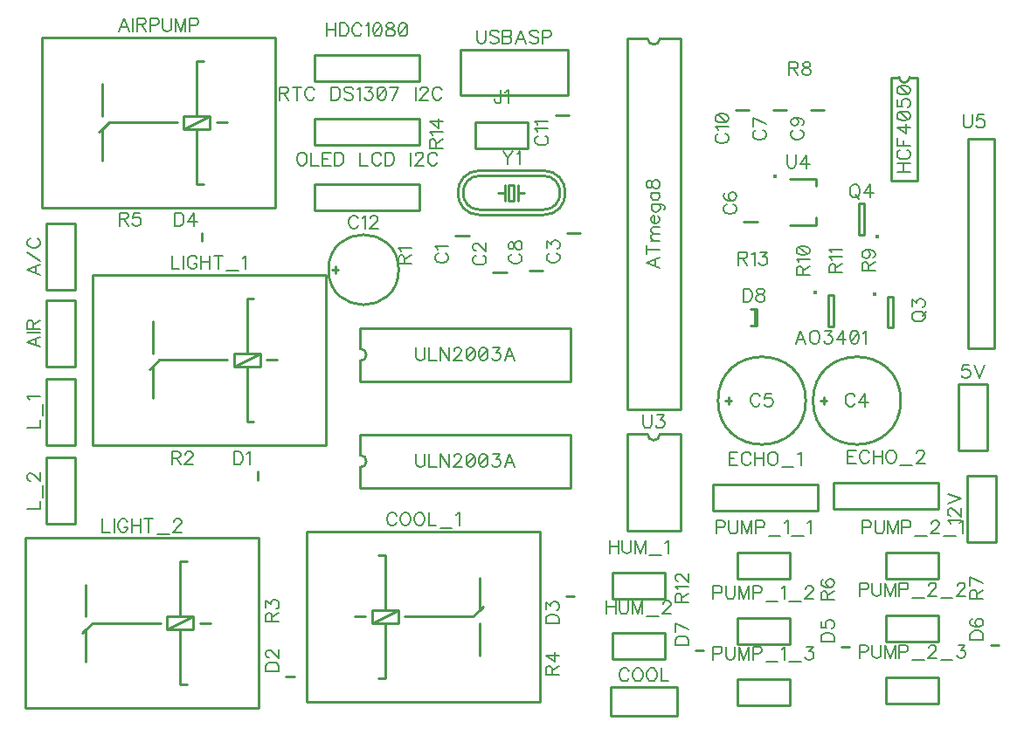
<source format=gbr>
G04 DipTrace 3.2.0.1*
G04 TopSilk.gbr*
%MOIN*%
G04 #@! TF.FileFunction,Legend,Top*
G04 #@! TF.Part,Single*
%ADD10C,0.009843*%
%ADD21C,0.015422*%
%ADD35C,0.01542*%
%ADD74C,0.00772*%
%FSLAX26Y26*%
G04*
G70*
G90*
G75*
G01*
G04 TopSilk*
%LPD*%
X4122176Y1343218D2*
D10*
X4011940D1*
Y1091249D1*
X4122176D1*
Y1343218D1*
X4090929Y1693181D2*
X3980693D1*
Y1441213D1*
X4090929D1*
Y1693181D1*
X499808Y2053958D2*
X610045D1*
Y2305927D1*
X499808D1*
Y2053958D1*
Y1760239D2*
X610045D1*
Y2012207D1*
X499808D1*
Y1760239D1*
D21*
X3433664Y2041904D3*
X3483806Y2032703D2*
D10*
Y1914598D1*
X3503491D1*
Y2032703D1*
X3483806D1*
X2714841Y3013367D2*
Y1596045D1*
X2919569Y3013367D2*
Y1596045D1*
X2714841D2*
X2919569D1*
X2714841Y3013367D2*
X2793574D1*
X2919569D2*
X2840836D1*
X2793574D2*
G03X2840836Y3013367I23631J103D01*
G01*
X2060445Y2258643D2*
X2111587D1*
X2255322Y2119680D2*
X2204180D1*
X2485400Y2271142D2*
X2536542D1*
X3424940Y1629845D2*
G02X3424940Y1629845I167323J0D01*
G01*
X3465298Y1618032D2*
Y1641658D1*
X3453518Y1629845D2*
X3477111D1*
X3062478D2*
G02X3062478Y1629845I167323J0D01*
G01*
X3102836Y1618032D2*
Y1641658D1*
X3091056Y1629845D2*
X3114649D1*
X3211471Y2313409D2*
X3160329D1*
X3272818Y2739843D2*
X3323959D1*
X2392807Y2125929D2*
X2341665D1*
X3416552Y2739843D2*
X3467694D1*
X3129083D2*
X3180224D1*
X2441655Y2721094D2*
X2492797D1*
X1576415Y2129793D2*
G02X1576415Y2129793I133858J0D01*
G01*
X1602410Y2117986D2*
Y2141599D1*
X1590577Y2129793D2*
X1614216D1*
X2653864Y535084D2*
X2905832D1*
Y424848D1*
X2653864D1*
Y535084D1*
X1307066Y1358123D2*
Y1326627D1*
X1445583Y577738D2*
X1414087D1*
X2482724Y882142D2*
X2514220D1*
X1094588Y2270528D2*
Y2239031D1*
X3564110Y690273D2*
X3532614D1*
X4133189Y696919D2*
X4101693D1*
X3007919Y677727D2*
X2976423D1*
X3211304Y1917097D2*
X3187745D1*
X3211304Y1980026D2*
X3187745D1*
X3203890D2*
Y1917097D1*
X3211339Y1980026D2*
Y1917097D1*
X3042142Y1311139D2*
X3442178D1*
Y1211134D1*
X3042142D1*
Y1311139D1*
X3504594Y1317388D2*
X3904629D1*
Y1217383D1*
X3504594D1*
Y1317388D1*
X3722211Y2864052D2*
Y2470383D1*
X3824587Y2864052D2*
Y2470383D1*
X3722211D2*
X3824587D1*
X3722211Y2864052D2*
X3753704D1*
X3793093D2*
X3824587D1*
X3753704D2*
G03X3793093Y2864052I19694J11D01*
G01*
X2135993Y2692244D2*
X2336017D1*
Y2592239D1*
X2135993D1*
Y2692244D1*
X3135888Y1048714D2*
X3335912D1*
Y948709D1*
X3135888D1*
Y1048714D1*
Y798698D2*
X3335912D1*
Y698693D1*
X3135888D1*
Y798698D1*
Y567514D2*
X3335912D1*
Y467509D1*
X3135888D1*
Y567514D1*
X3704579Y1048714D2*
X3904603D1*
Y948709D1*
X3704579D1*
Y1048714D1*
Y811191D2*
X3904603D1*
Y711186D1*
X3704579D1*
Y811191D1*
Y573669D2*
X3904603D1*
Y473664D1*
X3704579D1*
Y573669D1*
X2660938Y973674D2*
X2860962D1*
Y873669D1*
X2660938D1*
Y973674D1*
Y742449D2*
X2860962D1*
Y642444D1*
X2660938D1*
Y742449D1*
X1564890Y1461079D2*
X674890D1*
Y2111079D2*
Y1461079D1*
Y2111079D2*
X1564890D1*
Y1461079D2*
Y2111079D1*
X1289880Y1551104D2*
X1264871D1*
Y1761054D1*
X1314889D1*
Y1786079D1*
Y1811104D1*
X1214853D2*
Y1761054D1*
X1264871D1*
X1314889Y1811104D2*
X1264871D1*
Y2021054D1*
Y1811104D2*
X1214853D1*
X1264871Y2021054D2*
X1289880D1*
X1314889Y1811104D2*
X1214853Y1761054D1*
X1189933Y1786079D2*
X929875D1*
X904866Y1761054D1*
Y1639049D2*
Y1761054D1*
Y1811104D2*
Y1934084D1*
Y1761054D2*
X891872Y1749094D1*
X1379859Y1786079D2*
X1339898D1*
X1311108Y454934D2*
X421108D1*
Y1104934D2*
Y454934D1*
Y1104934D2*
X1311108D1*
Y454934D2*
Y1104934D1*
X1036098Y544959D2*
X1011089D1*
Y754909D1*
X1061107D1*
Y779934D1*
Y804959D1*
X961071D2*
Y754909D1*
X1011089D1*
X1061107Y804959D2*
X1011089D1*
Y1014909D1*
Y804959D2*
X961071D1*
X1011089Y1014909D2*
X1036098D1*
X1061107Y804959D2*
X961071Y754909D1*
X936151Y779934D2*
X676093D1*
X651084Y754909D1*
Y632904D2*
Y754909D1*
Y804959D2*
Y927939D1*
Y754909D2*
X638090Y742949D1*
X1126077Y779934D2*
X1086116D1*
X1492318Y1129932D2*
X2382318D1*
Y479932D2*
Y1129932D1*
Y479932D2*
X1492318D1*
Y1129932D2*
Y479932D1*
X1767328Y1039907D2*
X1792337D1*
Y829957D1*
X1742319D1*
Y804932D1*
Y779907D1*
X1842355D2*
Y829957D1*
X1792337D1*
X1742319Y779907D2*
X1792337D1*
Y569957D1*
Y779907D2*
X1842355D1*
X1792337Y569957D2*
X1767328D1*
X1742319Y779907D2*
X1842355Y829957D1*
X1867275Y804932D2*
X2127333D1*
X2152342Y829957D1*
Y951962D2*
Y829957D1*
Y779907D2*
Y656927D1*
Y829957D2*
X2165336Y841917D1*
X1677349Y804932D2*
X1717310D1*
X1373601Y2367234D2*
X483601D1*
Y3017234D2*
Y2367234D1*
Y3017234D2*
X1373601D1*
Y2367234D2*
Y3017234D1*
X1098591Y2457259D2*
X1073582D1*
Y2667209D1*
X1123600D1*
Y2692234D1*
Y2717259D1*
X1023564D2*
Y2667209D1*
X1073582D1*
X1123600Y2717259D2*
X1073582D1*
Y2927209D1*
Y2717259D2*
X1023564D1*
X1073582Y2927209D2*
X1098591D1*
X1123600Y2717259D2*
X1023564Y2667209D1*
X998644Y2692234D2*
X738586D1*
X713577Y2667209D1*
Y2545204D2*
Y2667209D1*
Y2717259D2*
Y2840239D1*
Y2667209D2*
X700583Y2655249D1*
X1188570Y2692234D2*
X1148609D1*
X499808Y1460270D2*
X610045D1*
Y1712239D1*
X499808D1*
Y1460270D1*
Y1160302D2*
X610045D1*
Y1412270D1*
X499808D1*
Y1160302D1*
X1696976Y1907209D2*
X2500126D1*
Y1702476D2*
Y1907209D1*
X1696976Y1702476D2*
X2500126D1*
X1696976D2*
Y1781217D1*
Y1907209D2*
Y1828468D1*
Y1781217D2*
G03X1696976Y1828468I-13J23626D01*
G01*
Y1501002D2*
X2500126D1*
Y1296269D2*
Y1501002D1*
X1696976Y1296269D2*
X2500126D1*
X1696976D2*
Y1375009D1*
Y1501002D2*
Y1422261D1*
Y1375009D2*
G03X1696976Y1422261I-13J23626D01*
G01*
D21*
X3658640Y2035655D3*
X3708782Y2026454D2*
D10*
Y1908349D1*
X3728467D1*
Y2026454D1*
X3708782D1*
D21*
X3669310Y2255177D3*
X3619168Y2264378D2*
D10*
Y2382483D1*
X3599483D1*
Y2264378D1*
X3619168D1*
X2714838Y1132328D2*
X2919571D1*
X2714838Y1502407D2*
Y1132328D1*
X2919571Y1502407D2*
Y1132328D1*
X2714838Y1502407D2*
X2793579D1*
X2919571D2*
X2840831D1*
X2793579D2*
G03X2840831Y1502407I23626J15D01*
G01*
X3337771Y2478037D2*
X3436177D1*
Y2448497D1*
Y2330412D2*
Y2300871D1*
X3337771D1*
D35*
X3279141Y2487134D3*
X4017056Y1829855D2*
D10*
X4117058D1*
Y2629782D1*
X4017056D1*
Y1829855D1*
X1523552Y2948467D2*
X1923587D1*
Y2848462D1*
X1523552D1*
Y2948467D1*
X2489472Y2797475D2*
X2080024D1*
Y2970703D1*
X2489472D1*
Y2797475D1*
X1523552Y2704743D2*
X1923587D1*
Y2604738D1*
X1523552D1*
Y2704743D1*
Y2454769D2*
X1923587D1*
Y2354764D1*
X1523552D1*
Y2454769D1*
X2154749Y2338512D2*
X2394763D1*
X2154749Y2508512D2*
X2394763D1*
X2154749Y2358504D2*
X2394763D1*
Y2488520D2*
X2154749D1*
X2264752Y2453517D2*
X2284760D1*
Y2393507D1*
X2264752D1*
Y2453517D1*
X2299766D2*
Y2423512D1*
Y2393507D1*
X2249746Y2453517D2*
Y2423512D1*
Y2393507D1*
X2299766Y2423512D2*
X2324776D1*
X2249746D2*
X2224736D1*
X2154749Y2508512D2*
G03X2154749Y2338512I7J-85000D01*
G01*
X2394763D2*
G03X2394763Y2508512I-7J85000D01*
G01*
X2154749Y2488520D2*
G03X2154749Y2358504I23J-65008D01*
G01*
X2394763D2*
G03X2394763Y2488520I-23J65008D01*
G01*
X3948333Y1159928D2*
D74*
X3945902Y1164736D1*
X3938772Y1171921D1*
X3988957D1*
X3950710Y1189792D2*
X3948334D1*
X3943525Y1192169D1*
X3941148Y1194546D1*
X3938772Y1199354D1*
Y1208916D1*
X3941148Y1213669D1*
X3943525Y1216045D1*
X3948334Y1218477D1*
X3953087D1*
X3957895Y1216045D1*
X3965025Y1211292D1*
X3988957Y1187360D1*
Y1220854D1*
X3938717Y1236293D2*
X3988957Y1255416D1*
X3938717Y1274540D1*
X4020906Y1766349D2*
X3997030D1*
X3994653Y1744849D1*
X3997030Y1747226D1*
X4004215Y1749658D1*
X4011345D1*
X4018530Y1747226D1*
X4023338Y1742472D1*
X4025715Y1735287D1*
Y1730534D1*
X4023338Y1723349D1*
X4018530Y1718541D1*
X4011345Y1716164D1*
X4004215D1*
X3997030Y1718541D1*
X3994653Y1720973D1*
X3992221Y1725726D1*
X4041154Y1766404D2*
X4060277Y1716164D1*
X4079401Y1766404D1*
X476825Y2148972D2*
X426585Y2129794D1*
X476825Y2110671D1*
X460079Y2117856D2*
Y2141787D1*
X476825Y2164412D2*
X426641Y2197905D1*
X438524Y2249214D2*
X433770Y2246837D1*
X428962Y2242029D1*
X426585Y2237276D1*
Y2227714D1*
X428962Y2222906D1*
X433770Y2218153D1*
X438524Y2215721D1*
X445709Y2213344D1*
X457702D1*
X464832Y2215721D1*
X469640Y2218153D1*
X474393Y2222906D1*
X476825Y2227714D1*
Y2237276D1*
X474393Y2242029D1*
X469640Y2246837D1*
X464832Y2249214D1*
X476825Y1873188D2*
X426585Y1854010D1*
X476825Y1834886D1*
X460079Y1842071D2*
Y1866003D1*
X426585Y1888627D2*
X476825D1*
X450517Y1904067D2*
Y1925566D1*
X448085Y1932751D1*
X445709Y1935183D1*
X440955Y1937560D1*
X436147D1*
X431394Y1935183D1*
X428962Y1932751D1*
X426585Y1925566D1*
Y1904067D1*
X476825D1*
X450517Y1920813D2*
X476825Y1937560D1*
X3396777Y1847400D2*
X3377599Y1897640D1*
X3358476Y1847400D1*
X3365661Y1864146D2*
X3389592D1*
X3426587Y1897640D2*
X3421778Y1895263D1*
X3417025Y1890455D1*
X3414593Y1885702D1*
X3412217Y1878516D1*
Y1866523D1*
X3414593Y1859393D1*
X3417025Y1854585D1*
X3421778Y1849832D1*
X3426587Y1847400D1*
X3436148D1*
X3440902Y1849832D1*
X3445710Y1854585D1*
X3448087Y1859393D1*
X3450463Y1866523D1*
Y1878516D1*
X3448087Y1885702D1*
X3445710Y1890455D1*
X3440902Y1895263D1*
X3436148Y1897640D1*
X3426587D1*
X3470711Y1897584D2*
X3496964D1*
X3482649Y1878461D1*
X3489834D1*
X3494587Y1876085D1*
X3496964Y1873708D1*
X3499396Y1866523D1*
Y1861770D1*
X3496964Y1854585D1*
X3492211Y1849776D1*
X3485026Y1847400D1*
X3477841D1*
X3470711Y1849776D1*
X3468334Y1852208D1*
X3465902Y1856961D1*
X3538767Y1847400D2*
Y1897584D1*
X3514835Y1864146D1*
X3550705D1*
X3580514Y1897584D2*
X3573329Y1895208D1*
X3568521Y1888023D1*
X3566144Y1876085D1*
Y1868900D1*
X3568521Y1856961D1*
X3573329Y1849776D1*
X3580514Y1847400D1*
X3585267D1*
X3592453Y1849776D1*
X3597206Y1856961D1*
X3599638Y1868900D1*
Y1876085D1*
X3597206Y1888023D1*
X3592453Y1895208D1*
X3585267Y1897584D1*
X3580514D1*
X3597206Y1888023D2*
X3568521Y1856961D1*
X3615077Y1888023D2*
X3619885Y1890455D1*
X3627070Y1897584D1*
Y1847400D1*
X2839313Y2174710D2*
X2789073Y2155532D1*
X2839313Y2136409D1*
X2822566Y2143594D2*
Y2167525D1*
X2789073Y2206896D2*
X2839313D1*
X2789073Y2190150D2*
Y2223643D1*
X2805819Y2239082D2*
X2839313D1*
X2815381D2*
X2808196Y2246267D1*
X2805819Y2251076D1*
Y2258205D1*
X2808196Y2263014D1*
X2815381Y2265390D1*
X2839313D1*
X2815381D2*
X2808196Y2272575D1*
X2805819Y2277384D1*
Y2284514D1*
X2808196Y2289322D1*
X2815381Y2291754D1*
X2839313D1*
X2820189Y2307193D2*
Y2335878D1*
X2815381D1*
X2810572Y2333501D1*
X2808196Y2331125D1*
X2805819Y2326316D1*
Y2319131D1*
X2808196Y2314378D1*
X2813004Y2309570D1*
X2820189Y2307193D1*
X2824942D1*
X2832128Y2309570D1*
X2836881Y2314378D1*
X2839313Y2319131D1*
Y2326316D1*
X2836881Y2331125D1*
X2832128Y2335878D1*
X2808196Y2380002D2*
X2846498D1*
X2853627Y2377626D1*
X2856059Y2375249D1*
X2858436Y2370441D1*
Y2363256D1*
X2856059Y2358502D1*
X2815381Y2380002D2*
X2810628Y2375249D1*
X2808196Y2370441D1*
Y2363256D1*
X2810628Y2358502D1*
X2815381Y2353694D1*
X2822566Y2351317D1*
X2827374D1*
X2834504Y2353694D1*
X2839313Y2358502D1*
X2841689Y2363256D1*
Y2370441D1*
X2839313Y2375249D1*
X2834504Y2380002D1*
X2805819Y2424126D2*
X2839313D1*
X2813004D2*
X2808196Y2419373D1*
X2805819Y2414565D1*
Y2407435D1*
X2808196Y2402626D1*
X2813004Y2397873D1*
X2820189Y2395441D1*
X2824942D1*
X2832128Y2397873D1*
X2836881Y2402626D1*
X2839313Y2407435D1*
Y2414565D1*
X2836881Y2419373D1*
X2832128Y2424126D1*
X2789128Y2451504D2*
X2791504Y2444374D1*
X2796258Y2441942D1*
X2801066D1*
X2805819Y2444374D1*
X2808251Y2449127D1*
X2810628Y2458689D1*
X2813004Y2465874D1*
X2817813Y2470627D1*
X2822566Y2473004D1*
X2829751D1*
X2834504Y2470627D1*
X2836936Y2468250D1*
X2839313Y2461065D1*
Y2451504D1*
X2836936Y2444374D1*
X2834504Y2441942D1*
X2829751Y2439566D1*
X2822566D1*
X2817813Y2441942D1*
X2813004Y2446751D1*
X2810628Y2453880D1*
X2808251Y2463442D1*
X2805819Y2468250D1*
X2801066Y2470627D1*
X2796258D1*
X2791504Y2468250D1*
X2789128Y2461065D1*
Y2451504D1*
X1995203Y2191985D2*
X1990450Y2189609D1*
X1985642Y2184800D1*
X1983265Y2180047D1*
Y2170485D1*
X1985642Y2165677D1*
X1990450Y2160924D1*
X1995203Y2158492D1*
X2002388Y2156115D1*
X2014382D1*
X2021512Y2158492D1*
X2026320Y2160924D1*
X2031073Y2165677D1*
X2033505Y2170485D1*
Y2180047D1*
X2031073Y2184800D1*
X2026320Y2189608D1*
X2021512Y2191985D1*
X1992882Y2207424D2*
X1990450Y2212233D1*
X1983320Y2219418D1*
X2033505D1*
X2138938Y2184025D2*
X2134185Y2181649D1*
X2129377Y2176840D1*
X2127000Y2172087D1*
Y2162525D1*
X2129377Y2157717D1*
X2134185Y2152964D1*
X2138938Y2150532D1*
X2146123Y2148155D1*
X2158117D1*
X2165247Y2150532D1*
X2170055Y2152964D1*
X2174808Y2157717D1*
X2177240Y2162525D1*
Y2172087D1*
X2174808Y2176840D1*
X2170055Y2181649D1*
X2165247Y2184025D1*
X2138994Y2201896D2*
X2136617D1*
X2131809Y2204273D1*
X2129432Y2206649D1*
X2127055Y2211458D1*
Y2221020D1*
X2129432Y2225773D1*
X2131809Y2228149D1*
X2136617Y2230581D1*
X2141370D1*
X2146179Y2228149D1*
X2153308Y2223396D1*
X2177240Y2199464D1*
Y2232958D1*
X2420159Y2193734D2*
X2415406Y2191357D1*
X2410597Y2186549D1*
X2408221Y2181796D1*
Y2172234D1*
X2410597Y2167426D1*
X2415406Y2162672D1*
X2420159Y2160241D1*
X2427344Y2157864D1*
X2439337D1*
X2446467Y2160241D1*
X2451275Y2162672D1*
X2456029Y2167426D1*
X2458461Y2172234D1*
Y2181796D1*
X2456029Y2186549D1*
X2451276Y2191357D1*
X2446467Y2193734D1*
X2408276Y2213982D2*
Y2240235D1*
X2427399Y2225920D1*
Y2233105D1*
X2429776Y2237858D1*
X2432152Y2240235D1*
X2439337Y2242666D1*
X2444090D1*
X2451275Y2240235D1*
X2456084Y2235481D1*
X2458461Y2228296D1*
Y2221111D1*
X2456084Y2213981D1*
X2453652Y2211605D1*
X2448899Y2209173D1*
X3584543Y1646039D2*
X3582166Y1650792D1*
X3577358Y1655601D1*
X3572605Y1657977D1*
X3563043D1*
X3558235Y1655601D1*
X3553481Y1650792D1*
X3551050Y1646039D1*
X3548673Y1638854D1*
Y1626861D1*
X3551050Y1619731D1*
X3553481Y1614922D1*
X3558235Y1610169D1*
X3563043Y1607737D1*
X3572605D1*
X3577358Y1610169D1*
X3582166Y1614922D1*
X3584543Y1619731D1*
X3623914Y1607737D2*
Y1657922D1*
X3599982Y1624484D1*
X3635852D1*
X3223269Y1646039D2*
X3220893Y1650792D1*
X3216084Y1655601D1*
X3211331Y1657977D1*
X3201769D1*
X3196961Y1655601D1*
X3192208Y1650792D1*
X3189776Y1646039D1*
X3187399Y1638854D1*
Y1626861D1*
X3189776Y1619731D1*
X3192208Y1614922D1*
X3196961Y1610169D1*
X3201769Y1607737D1*
X3211331D1*
X3216084Y1610169D1*
X3220893Y1614922D1*
X3223269Y1619731D1*
X3267393Y1657922D2*
X3243517D1*
X3241140Y1636422D1*
X3243517Y1638799D1*
X3250702Y1641231D1*
X3257832D1*
X3265017Y1638799D1*
X3269825Y1634046D1*
X3272202Y1626861D1*
Y1622107D1*
X3269825Y1614922D1*
X3265017Y1610114D1*
X3257832Y1607737D1*
X3250702D1*
X3243517Y1610114D1*
X3241140Y1612546D1*
X3238708Y1617299D1*
X3095088Y2378971D2*
X3090335Y2376594D1*
X3085526Y2371786D1*
X3083150Y2367033D1*
Y2357471D1*
X3085526Y2352663D1*
X3090335Y2347909D1*
X3095088Y2345477D1*
X3102273Y2343101D1*
X3114266D1*
X3121396Y2345477D1*
X3126205Y2347909D1*
X3130958Y2352663D1*
X3133390Y2357471D1*
Y2367033D1*
X3130958Y2371786D1*
X3126205Y2376594D1*
X3121396Y2378971D1*
X3090335Y2423095D2*
X3085582Y2420718D1*
X3083205Y2413533D1*
Y2408780D1*
X3085582Y2401595D1*
X3092767Y2396787D1*
X3104705Y2394410D1*
X3116643D1*
X3126205Y2396787D1*
X3131013Y2401595D1*
X3133390Y2408780D1*
Y2411157D1*
X3131013Y2418286D1*
X3126205Y2423095D1*
X3119020Y2425471D1*
X3116643D1*
X3109458Y2423095D1*
X3104705Y2418286D1*
X3102328Y2411157D1*
Y2408780D1*
X3104705Y2401595D1*
X3109458Y2396787D1*
X3116643Y2394410D1*
X3207576Y2662435D2*
X3202823Y2660058D1*
X3198014Y2655250D1*
X3195638Y2650496D1*
Y2640935D1*
X3198014Y2636126D1*
X3202823Y2631373D1*
X3207576Y2628941D1*
X3214761Y2626565D1*
X3226755D1*
X3233884Y2628941D1*
X3238693Y2631373D1*
X3243446Y2636126D1*
X3245878Y2640935D1*
Y2650496D1*
X3243446Y2655250D1*
X3238693Y2660058D1*
X3233884Y2662435D1*
X3245878Y2687435D2*
X3195693Y2711367D1*
Y2677874D1*
X2276424Y2190302D2*
X2271671Y2187926D1*
X2266862Y2183117D1*
X2264486Y2178364D1*
Y2168802D1*
X2266862Y2163994D1*
X2271671Y2159241D1*
X2276424Y2156809D1*
X2283609Y2154432D1*
X2295602D1*
X2302732Y2156809D1*
X2307541Y2159241D1*
X2312294Y2163994D1*
X2314726Y2168802D1*
Y2178364D1*
X2312294Y2183117D1*
X2307541Y2187926D1*
X2302732Y2190302D1*
X2264541Y2217680D2*
X2266918Y2210550D1*
X2271671Y2208118D1*
X2276479D1*
X2281232Y2210550D1*
X2283664Y2215303D1*
X2286041Y2224865D1*
X2288417Y2232050D1*
X2293226Y2236803D1*
X2297979Y2239179D1*
X2305164D1*
X2309917Y2236803D1*
X2312349Y2234426D1*
X2314726Y2227241D1*
Y2217680D1*
X2312349Y2210550D1*
X2309917Y2208118D1*
X2305164Y2205741D1*
X2297979D1*
X2293226Y2208118D1*
X2288417Y2212926D1*
X2286041Y2220056D1*
X2283664Y2229618D1*
X2281232Y2234426D1*
X2276479Y2236803D1*
X2271671D1*
X2266918Y2234426D1*
X2264541Y2227241D1*
Y2217680D1*
X3351311Y2663623D2*
X3346558Y2661246D1*
X3341749Y2656438D1*
X3339373Y2651685D1*
Y2642123D1*
X3341749Y2637315D1*
X3346558Y2632561D1*
X3351311Y2630130D1*
X3358496Y2627753D1*
X3370489D1*
X3377619Y2630130D1*
X3382428Y2632561D1*
X3387181Y2637315D1*
X3389613Y2642123D1*
Y2651685D1*
X3387181Y2656438D1*
X3382428Y2661246D1*
X3377619Y2663623D1*
X3356119Y2710179D2*
X3363304Y2707747D1*
X3368113Y2702994D1*
X3370490Y2695809D1*
Y2693432D1*
X3368113Y2686247D1*
X3363304Y2681494D1*
X3356119Y2679062D1*
X3353743D1*
X3346558Y2681494D1*
X3341805Y2686247D1*
X3339428Y2693432D1*
Y2695809D1*
X3341805Y2702994D1*
X3346558Y2707747D1*
X3356119Y2710179D1*
X3368113D1*
X3380051Y2707747D1*
X3387236Y2702994D1*
X3389613Y2695809D1*
Y2691056D1*
X3387236Y2683871D1*
X3382428Y2681494D1*
X3063841Y2648718D2*
X3059088Y2646342D1*
X3054280Y2641533D1*
X3051903Y2636780D1*
Y2627218D1*
X3054280Y2622410D1*
X3059088Y2617657D1*
X3063841Y2615225D1*
X3071026Y2612848D1*
X3083020D1*
X3090149Y2615225D1*
X3094958Y2617657D1*
X3099711Y2622410D1*
X3102143Y2627218D1*
Y2636780D1*
X3099711Y2641533D1*
X3094958Y2646342D1*
X3090149Y2648718D1*
X3061520Y2664158D2*
X3059088Y2668966D1*
X3051958Y2676151D1*
X3102143D1*
X3051958Y2705960D2*
X3054335Y2698775D1*
X3061520Y2693967D1*
X3073458Y2691590D1*
X3080643D1*
X3092581Y2693967D1*
X3099766Y2698775D1*
X3102143Y2705960D1*
Y2710713D1*
X3099766Y2717898D1*
X3092581Y2722652D1*
X3080643Y2725084D1*
X3073458D1*
X3061520Y2722652D1*
X3054335Y2717899D1*
X3051958Y2710713D1*
Y2705960D1*
X3061520Y2722652D2*
X3092581Y2693967D1*
X2376413Y2640720D2*
X2371660Y2638344D1*
X2366852Y2633535D1*
X2364475Y2628782D1*
Y2619220D1*
X2366852Y2614412D1*
X2371660Y2609659D1*
X2376413Y2607227D1*
X2383598Y2604850D1*
X2395592D1*
X2402722Y2607227D1*
X2407530Y2609659D1*
X2412283Y2614412D1*
X2414715Y2619220D1*
Y2628782D1*
X2412283Y2633535D1*
X2407530Y2638344D1*
X2402722Y2640720D1*
X2374092Y2656159D2*
X2371660Y2660968D1*
X2364530Y2668153D1*
X2414715D1*
X2374092Y2683592D2*
X2371660Y2688401D1*
X2364530Y2695586D1*
X2414715D1*
X1690025Y2324936D2*
X1687649Y2329689D1*
X1682840Y2334497D1*
X1678087Y2336874D1*
X1668525D1*
X1663717Y2334497D1*
X1658964Y2329689D1*
X1656532Y2324936D1*
X1654155Y2317751D1*
Y2305757D1*
X1656532Y2298627D1*
X1658964Y2293819D1*
X1663717Y2289066D1*
X1668525Y2286634D1*
X1678087D1*
X1682840Y2289066D1*
X1687649Y2293819D1*
X1690025Y2298627D1*
X1705465Y2327257D2*
X1710273Y2329689D1*
X1717458Y2336819D1*
Y2286634D1*
X1735329Y2324881D2*
Y2327257D1*
X1737706Y2332066D1*
X1740082Y2334442D1*
X1744891Y2336819D1*
X1754452D1*
X1759206Y2334442D1*
X1761582Y2332066D1*
X1764014Y2327257D1*
Y2322504D1*
X1761582Y2317695D1*
X1756829Y2310566D1*
X1732897Y2286634D1*
X1766391D1*
X2722035Y596369D2*
X2719658Y601122D1*
X2714850Y605930D1*
X2710097Y608307D1*
X2700535D1*
X2695727Y605930D1*
X2690973Y601122D1*
X2688542Y596369D1*
X2686165Y589184D1*
Y577190D1*
X2688542Y570061D1*
X2690973Y565252D1*
X2695727Y560499D1*
X2700535Y558067D1*
X2710097D1*
X2714850Y560499D1*
X2719658Y565252D1*
X2722035Y570061D1*
X2751844Y608307D2*
X2747036Y605930D1*
X2742283Y601122D1*
X2739851Y596369D1*
X2737474Y589184D1*
Y577190D1*
X2739851Y570061D1*
X2742283Y565252D1*
X2747036Y560499D1*
X2751844Y558067D1*
X2761406D1*
X2766159Y560499D1*
X2770967Y565252D1*
X2773344Y570061D1*
X2775721Y577190D1*
Y589184D1*
X2773344Y596369D1*
X2770967Y601122D1*
X2766159Y605930D1*
X2761406Y608307D1*
X2751844D1*
X2805530D2*
X2800722Y605930D1*
X2795968Y601122D1*
X2793537Y596369D1*
X2791160Y589184D1*
Y577190D1*
X2793537Y570061D1*
X2795968Y565252D1*
X2800722Y560499D1*
X2805530Y558067D1*
X2815092D1*
X2819845Y560499D1*
X2824653Y565252D1*
X2827030Y570061D1*
X2829406Y577190D1*
Y589184D1*
X2827030Y596369D1*
X2824653Y601122D1*
X2819845Y605930D1*
X2815092Y608307D1*
X2805530D1*
X2844846D2*
Y558067D1*
X2873531D1*
X1215579Y1435283D2*
Y1385043D1*
X1232326D1*
X1239511Y1387475D1*
X1244319Y1392228D1*
X1246696Y1397037D1*
X1249072Y1404167D1*
Y1416160D1*
X1246696Y1423345D1*
X1244319Y1428098D1*
X1239511Y1432907D1*
X1232326Y1435283D1*
X1215579D1*
X1264512Y1425667D2*
X1269320Y1428098D1*
X1276505Y1435228D1*
Y1385043D1*
X1336927Y597548D2*
X1387167D1*
Y614295D1*
X1384735Y621480D1*
X1379982Y626288D1*
X1375173Y628665D1*
X1368043Y631042D1*
X1356050D1*
X1348865Y628665D1*
X1344112Y626288D1*
X1339303Y621480D1*
X1336927Y614295D1*
Y597548D1*
X1348920Y648913D2*
X1346543D1*
X1341735Y651289D1*
X1339358Y653666D1*
X1336982Y658474D1*
Y668036D1*
X1339358Y672789D1*
X1341735Y675166D1*
X1346543Y677598D1*
X1351297D1*
X1356105Y675166D1*
X1363235Y670413D1*
X1387167Y646481D1*
Y679974D1*
X2405564Y779905D2*
X2455804D1*
Y796652D1*
X2453373Y803837D1*
X2448619Y808645D1*
X2443811Y811022D1*
X2436681Y813399D1*
X2424688D1*
X2417503Y811022D1*
X2412749Y808645D1*
X2407941Y803837D1*
X2405564Y796652D1*
Y779905D1*
X2405620Y833646D2*
Y859899D1*
X2424743Y845584D1*
Y852769D1*
X2427120Y857523D1*
X2429496Y859899D1*
X2436681Y862331D1*
X2441434D1*
X2448619Y859899D1*
X2453428Y855146D1*
X2455804Y847961D1*
Y840776D1*
X2453428Y833646D1*
X2450996Y831270D1*
X2446243Y828838D1*
X991163Y2347688D2*
Y2297448D1*
X1007910D1*
X1015095Y2299879D1*
X1019903Y2304633D1*
X1022280Y2309441D1*
X1024656Y2316571D1*
Y2328564D1*
X1022280Y2335749D1*
X1019903Y2340503D1*
X1015095Y2345311D1*
X1007910Y2347688D1*
X991163D1*
X1064027Y2297448D2*
Y2347632D1*
X1040096Y2314194D1*
X1075966D1*
X3455454Y710084D2*
X3505694D1*
Y726830D1*
X3503262Y734015D1*
X3498509Y738824D1*
X3493701Y741200D1*
X3486571Y743577D1*
X3474577D1*
X3467392Y741200D1*
X3462639Y738824D1*
X3457831Y734015D1*
X3455454Y726830D1*
Y710084D1*
X3455509Y787701D2*
Y763825D1*
X3477009Y761448D1*
X3474633Y763825D1*
X3472201Y771010D1*
Y778140D1*
X3474633Y785325D1*
X3479386Y790133D1*
X3486571Y792510D1*
X3491324D1*
X3498509Y790133D1*
X3503318Y785325D1*
X3505694Y778139D1*
Y771010D1*
X3503318Y763825D1*
X3500886Y761448D1*
X3496133Y759016D1*
X4024533Y717945D2*
X4074773D1*
Y734692D1*
X4072341Y741877D1*
X4067588Y746685D1*
X4062779Y749062D1*
X4055650Y751439D1*
X4043656D1*
X4036471Y749062D1*
X4031718Y746685D1*
X4026909Y741877D1*
X4024533Y734692D1*
Y717945D1*
X4031718Y795563D2*
X4026965Y793186D1*
X4024588Y786001D1*
Y781248D1*
X4026965Y774063D1*
X4034150Y769254D1*
X4046088Y766878D1*
X4058026D1*
X4067588Y769254D1*
X4072396Y774063D1*
X4074773Y781248D1*
Y783624D1*
X4072396Y790754D1*
X4067588Y795563D1*
X4060403Y797939D1*
X4058026D1*
X4050841Y795563D1*
X4046088Y790754D1*
X4043711Y783625D1*
Y781248D1*
X4046088Y774063D1*
X4050841Y769254D1*
X4058026Y766878D1*
X2899262Y697538D2*
X2949502D1*
X2949503Y714284D1*
X2947071Y721469D1*
X2942318Y726278D1*
X2937509Y728655D1*
X2930379Y731031D1*
X2918386D1*
X2911201Y728655D1*
X2906448Y726278D1*
X2901639Y721470D1*
X2899263Y714284D1*
X2899262Y697538D1*
X2949503Y756032D2*
X2899318Y779964D1*
Y746470D1*
X3158340Y2057218D2*
Y2006978D1*
X3175086D1*
X3182271Y2009410D1*
X3187080Y2014163D1*
X3189456Y2018971D1*
X3191833Y2026101D1*
Y2038095D1*
X3189456Y2045280D1*
X3187080Y2050033D1*
X3182271Y2054841D1*
X3175086Y2057218D1*
X3158340D1*
X3219210Y2057163D2*
X3212081Y2054786D1*
X3209649Y2050033D1*
Y2045224D1*
X3212081Y2040471D1*
X3216834Y2038039D1*
X3226395Y2035663D1*
X3233580Y2033286D1*
X3238334Y2028478D1*
X3240710Y2023724D1*
Y2016539D1*
X3238334Y2011786D1*
X3235957Y2009354D1*
X3228772Y2006978D1*
X3219210D1*
X3212081Y2009354D1*
X3209649Y2011786D1*
X3207272Y2016539D1*
Y2023724D1*
X3209649Y2028478D1*
X3214457Y2033286D1*
X3221587Y2035663D1*
X3231149Y2038039D1*
X3235957Y2040471D1*
X3238334Y2045224D1*
Y2050033D1*
X3235957Y2054786D1*
X3228772Y2057163D1*
X3219210D1*
X3136575Y1434357D2*
X3105514D1*
Y1384117D1*
X3136575D1*
X3105514Y1410425D2*
X3124637D1*
X3187884Y1422419D2*
X3185508Y1427172D1*
X3180699Y1431980D1*
X3175946Y1434357D1*
X3166385D1*
X3161576Y1431980D1*
X3156823Y1427172D1*
X3154391Y1422419D1*
X3152015Y1415234D1*
Y1403240D1*
X3154391Y1396110D1*
X3156823Y1391302D1*
X3161576Y1386549D1*
X3166385Y1384117D1*
X3175946D1*
X3180699Y1386549D1*
X3185508Y1391302D1*
X3187884Y1396110D1*
X3203324Y1434357D2*
Y1384117D1*
X3236817Y1434357D2*
Y1384117D1*
X3203324Y1410425D2*
X3236817D1*
X3266626Y1434357D2*
X3261818Y1431980D1*
X3257065Y1427172D1*
X3254633Y1422419D1*
X3252256Y1415234D1*
Y1403240D1*
X3254633Y1396110D1*
X3257065Y1391302D1*
X3261818Y1386549D1*
X3266626Y1384117D1*
X3276188D1*
X3280941Y1386549D1*
X3285750Y1391302D1*
X3288126Y1396110D1*
X3290503Y1403240D1*
Y1415234D1*
X3288126Y1422419D1*
X3285750Y1427172D1*
X3280941Y1431980D1*
X3276188Y1434357D1*
X3266626D1*
X3305942Y1375826D2*
X3351374D1*
X3366813Y1424740D2*
X3371621Y1427172D1*
X3378806Y1434302D1*
Y1384117D1*
X3588277Y1440606D2*
X3557215D1*
Y1390366D1*
X3588277D1*
X3557215Y1416675D2*
X3576339D1*
X3639586Y1428668D2*
X3637209Y1433421D1*
X3632401Y1438230D1*
X3627648Y1440606D1*
X3618086D1*
X3613278Y1438230D1*
X3608525Y1433421D1*
X3606093Y1428668D1*
X3603716Y1421483D1*
Y1409490D1*
X3606093Y1402360D1*
X3608525Y1397551D1*
X3613278Y1392798D1*
X3618086Y1390366D1*
X3627648D1*
X3632401Y1392798D1*
X3637209Y1397551D1*
X3639586Y1402360D1*
X3655025Y1440606D2*
Y1390366D1*
X3688519Y1440606D2*
Y1390366D1*
X3655025Y1416675D2*
X3688519D1*
X3718328Y1440606D2*
X3713519Y1438230D1*
X3708766Y1433421D1*
X3706334Y1428668D1*
X3703958Y1421483D1*
Y1409490D1*
X3706334Y1402360D1*
X3708766Y1397551D1*
X3713519Y1392798D1*
X3718328Y1390366D1*
X3727890D1*
X3732643Y1392798D1*
X3737451Y1397551D1*
X3739828Y1402360D1*
X3742204Y1409490D1*
Y1421483D1*
X3739828Y1428668D1*
X3737451Y1433421D1*
X3732643Y1438230D1*
X3727890Y1440606D1*
X3718328D1*
X3757644Y1382076D2*
X3803075D1*
X3820946Y1428613D2*
Y1430989D1*
X3823323Y1435798D1*
X3825699Y1438174D1*
X3830508Y1440551D1*
X3840070D1*
X3844823Y1438174D1*
X3847199Y1435798D1*
X3849631Y1430989D1*
Y1426236D1*
X3847199Y1421428D1*
X3842446Y1414298D1*
X3818514Y1390366D1*
X3852008D1*
X3745267Y2502485D2*
X3795507D1*
X3745267Y2535979D2*
X3795507D1*
X3769198Y2502485D2*
X3769199Y2535979D1*
X3757205Y2587288D2*
X3752452Y2584911D1*
X3747643Y2580103D1*
X3745267Y2575349D1*
Y2565788D1*
X3747643Y2560979D1*
X3752452Y2556226D1*
X3757205Y2553794D1*
X3764390Y2551418D1*
X3776384D1*
X3783513Y2553794D1*
X3788322Y2556226D1*
X3793075Y2560979D1*
X3795507Y2565788D1*
Y2575349D1*
X3793075Y2580103D1*
X3788322Y2584911D1*
X3783513Y2587288D1*
X3745267Y2633844D2*
Y2602727D1*
X3795507D1*
X3769199D2*
Y2621850D1*
X3795507Y2673215D2*
X3745322D1*
X3778760Y2649283D1*
Y2685153D1*
X3745322Y2714962D2*
X3747699Y2707777D1*
X3754884Y2702969D1*
X3766822Y2700592D1*
X3774007D1*
X3785945Y2702969D1*
X3793130Y2707777D1*
X3795507Y2714962D1*
Y2719715D1*
X3793130Y2726900D1*
X3785945Y2731654D1*
X3774007Y2734085D1*
X3766822D1*
X3754884Y2731654D1*
X3747699Y2726900D1*
X3745322Y2719715D1*
Y2714962D1*
X3754884Y2731654D2*
X3785945Y2702969D1*
X3745322Y2778210D2*
Y2754333D1*
X3766822Y2751957D1*
X3764445Y2754333D1*
X3762013Y2761518D1*
Y2768648D1*
X3764445Y2775833D1*
X3769198Y2780641D1*
X3776384Y2783018D1*
X3781137D1*
X3788322Y2780641D1*
X3793130Y2775833D1*
X3795507Y2768648D1*
Y2761518D1*
X3793130Y2754333D1*
X3790698Y2751957D1*
X3785945Y2749525D1*
X3745322Y2812827D2*
X3747699Y2805642D1*
X3754884Y2800834D1*
X3766822Y2798457D1*
X3774007D1*
X3785945Y2800834D1*
X3793130Y2805642D1*
X3795507Y2812827D1*
Y2817580D1*
X3793130Y2824766D1*
X3785945Y2829519D1*
X3774007Y2831951D1*
X3766822D1*
X3754884Y2829519D1*
X3747699Y2824766D1*
X3745322Y2817580D1*
Y2812827D1*
X3754884Y2829519D2*
X3785945Y2800834D1*
X2234255Y2815462D2*
Y2777215D1*
X2231878Y2770030D1*
X2229446Y2767654D1*
X2224693Y2765222D1*
X2219885D1*
X2215131Y2767654D1*
X2212755Y2770030D1*
X2210323Y2777215D1*
Y2781969D1*
X2249694Y2805845D2*
X2254502Y2808277D1*
X2261687Y2815407D1*
Y2765222D1*
X3055075Y1145623D2*
X3076630D1*
X3083759Y1148000D1*
X3086191Y1150432D1*
X3088568Y1155185D1*
Y1162370D1*
X3086191Y1167123D1*
X3083759Y1169555D1*
X3076630Y1171932D1*
X3055075D1*
Y1121692D1*
X3104007Y1171932D2*
Y1136062D1*
X3106384Y1128877D1*
X3111192Y1124124D1*
X3118377Y1121692D1*
X3123130D1*
X3130315Y1124124D1*
X3135124Y1128877D1*
X3137501Y1136062D1*
Y1171932D1*
X3191186Y1121692D2*
Y1171932D1*
X3172063Y1121692D1*
X3152940Y1171932D1*
Y1121692D1*
X3206626Y1145623D2*
X3228181D1*
X3235310Y1148000D1*
X3237742Y1150432D1*
X3240119Y1155185D1*
Y1162370D1*
X3237742Y1167123D1*
X3235310Y1169555D1*
X3228181Y1171932D1*
X3206626D1*
Y1121692D1*
X3255558Y1113401D2*
X3300990D1*
X3316429Y1162315D2*
X3321237Y1164747D1*
X3328422Y1171876D1*
Y1121692D1*
X3343862Y1113401D2*
X3389293D1*
X3404732Y1162315D2*
X3409541Y1164747D1*
X3416726Y1171876D1*
Y1121692D1*
X3044325Y895608D2*
X3065880D1*
X3073010Y897984D1*
X3075441Y900416D1*
X3077818Y905169D1*
Y912354D1*
X3075441Y917108D1*
X3073010Y919539D1*
X3065880Y921916D1*
X3044325D1*
Y871676D1*
X3093257Y921916D2*
Y886046D1*
X3095634Y878861D1*
X3100442Y874108D1*
X3107627Y871676D1*
X3112381D1*
X3119566Y874108D1*
X3124374Y878861D1*
X3126751Y886046D1*
Y921916D1*
X3180436Y871676D2*
Y921916D1*
X3161313Y871676D1*
X3142190Y921916D1*
Y871676D1*
X3195876Y895608D2*
X3217431D1*
X3224560Y897984D1*
X3226992Y900416D1*
X3229369Y905169D1*
Y912354D1*
X3226992Y917108D1*
X3224560Y919539D1*
X3217431Y921916D1*
X3195876D1*
Y871676D1*
X3244808Y863386D2*
X3290240D1*
X3305679Y912299D2*
X3310487Y914731D1*
X3317672Y921861D1*
Y871676D1*
X3333112Y863386D2*
X3378543D1*
X3396414Y909923D2*
Y912299D1*
X3398791Y917108D1*
X3401168Y919484D1*
X3405976Y921861D1*
X3415538D1*
X3420291Y919484D1*
X3422667Y917108D1*
X3425099Y912299D1*
Y907546D1*
X3422667Y902737D1*
X3417914Y895608D1*
X3393983Y871676D1*
X3427476D1*
X3044325Y664424D2*
X3065880D1*
X3073010Y666801D1*
X3075441Y669232D1*
X3077818Y673986D1*
Y681171D1*
X3075441Y685924D1*
X3073010Y688356D1*
X3065880Y690732D1*
X3044325D1*
Y640492D1*
X3093257Y690732D2*
Y654862D1*
X3095634Y647677D1*
X3100442Y642924D1*
X3107627Y640492D1*
X3112381D1*
X3119566Y642924D1*
X3124374Y647677D1*
X3126751Y654862D1*
Y690732D1*
X3180436Y640492D2*
Y690732D1*
X3161313Y640492D1*
X3142190Y690732D1*
Y640492D1*
X3195876Y664424D2*
X3217431D1*
X3224560Y666801D1*
X3226992Y669232D1*
X3229369Y673986D1*
Y681171D1*
X3226992Y685924D1*
X3224560Y688356D1*
X3217431Y690732D1*
X3195876D1*
Y640492D1*
X3244808Y632202D2*
X3290240D1*
X3305679Y681115D2*
X3310487Y683547D1*
X3317672Y690677D1*
Y640492D1*
X3333112Y632202D2*
X3378543D1*
X3398791Y690677D2*
X3425044D1*
X3410729Y671554D1*
X3417914D1*
X3422667Y669177D1*
X3425044Y666801D1*
X3427476Y659616D1*
Y654862D1*
X3425044Y647677D1*
X3420291Y642869D1*
X3413106Y640492D1*
X3405921D1*
X3398791Y642869D1*
X3396414Y645301D1*
X3393983Y650054D1*
X3613015Y1145623D2*
X3634570D1*
X3641700Y1148000D1*
X3644132Y1150432D1*
X3646508Y1155185D1*
Y1162370D1*
X3644132Y1167123D1*
X3641700Y1169555D1*
X3634570Y1171932D1*
X3613015D1*
Y1121692D1*
X3661948Y1171932D2*
Y1136062D1*
X3664324Y1128877D1*
X3669133Y1124124D1*
X3676318Y1121692D1*
X3681071D1*
X3688256Y1124124D1*
X3693064Y1128877D1*
X3695441Y1136062D1*
Y1171932D1*
X3749127Y1121692D2*
Y1171932D1*
X3730003Y1121692D1*
X3710880Y1171932D1*
Y1121692D1*
X3764566Y1145623D2*
X3786121D1*
X3793251Y1148000D1*
X3795683Y1150432D1*
X3798059Y1155185D1*
Y1162370D1*
X3795683Y1167123D1*
X3793251Y1169555D1*
X3786121Y1171932D1*
X3764566D1*
Y1121692D1*
X3813498Y1113401D2*
X3858930D1*
X3876801Y1159938D2*
Y1162315D1*
X3879178Y1167123D1*
X3881554Y1169500D1*
X3886363Y1171876D1*
X3895924D1*
X3900678Y1169500D1*
X3903054Y1167123D1*
X3905486Y1162315D1*
Y1157562D1*
X3903054Y1152753D1*
X3898301Y1145623D1*
X3874369Y1121692D1*
X3907863D1*
X3923302Y1113401D2*
X3968733D1*
X3984173Y1162315D2*
X3988981Y1164747D1*
X3996166Y1171876D1*
Y1121692D1*
X3602265Y908101D2*
X3623820D1*
X3630950Y910478D1*
X3633382Y912910D1*
X3635758Y917663D1*
Y924848D1*
X3633382Y929601D1*
X3630950Y932033D1*
X3623820Y934409D1*
X3602265D1*
Y884169D1*
X3651198Y934409D2*
Y898540D1*
X3653574Y891354D1*
X3658383Y886601D1*
X3665568Y884169D1*
X3670321D1*
X3677506Y886601D1*
X3682314Y891354D1*
X3684691Y898540D1*
Y934409D1*
X3738377Y884169D2*
Y934409D1*
X3719253Y884169D1*
X3700130Y934409D1*
Y884169D1*
X3753816Y908101D2*
X3775371D1*
X3782501Y910478D1*
X3784933Y912910D1*
X3787309Y917663D1*
Y924848D1*
X3784933Y929601D1*
X3782501Y932033D1*
X3775371Y934409D1*
X3753816D1*
Y884169D1*
X3802749Y875879D2*
X3848180D1*
X3866051Y922416D2*
Y924793D1*
X3868428Y929601D1*
X3870804Y931978D1*
X3875613Y934354D1*
X3885174D1*
X3889928Y931978D1*
X3892304Y929601D1*
X3894736Y924793D1*
Y920039D1*
X3892304Y915231D1*
X3887551Y908101D1*
X3863619Y884169D1*
X3897113D1*
X3912552Y875879D2*
X3957983D1*
X3975855Y922416D2*
Y924793D1*
X3978231Y929601D1*
X3980608Y931978D1*
X3985416Y934354D1*
X3994978D1*
X3999731Y931978D1*
X4002108Y929601D1*
X4004539Y924793D1*
Y920039D1*
X4002108Y915231D1*
X3997354Y908101D1*
X3973423Y884169D1*
X4006916D1*
X3602265Y670579D2*
X3623820D1*
X3630950Y672955D1*
X3633382Y675387D1*
X3635758Y680140D1*
Y687325D1*
X3633382Y692079D1*
X3630950Y694511D1*
X3623820Y696887D1*
X3602265D1*
Y646647D1*
X3651198Y696887D2*
Y661017D1*
X3653574Y653832D1*
X3658383Y649079D1*
X3665568Y646647D1*
X3670321D1*
X3677506Y649079D1*
X3682314Y653832D1*
X3684691Y661017D1*
Y696887D1*
X3738377Y646647D2*
Y696887D1*
X3719253Y646647D1*
X3700130Y696887D1*
Y646647D1*
X3753816Y670579D2*
X3775371D1*
X3782501Y672955D1*
X3784933Y675387D1*
X3787309Y680140D1*
Y687325D1*
X3784933Y692079D1*
X3782501Y694511D1*
X3775371Y696887D1*
X3753816D1*
Y646647D1*
X3802749Y638357D2*
X3848180D1*
X3866051Y684894D2*
Y687270D1*
X3868428Y692079D1*
X3870804Y694455D1*
X3875613Y696832D1*
X3885174D1*
X3889928Y694455D1*
X3892304Y692079D1*
X3894736Y687270D1*
Y682517D1*
X3892304Y677709D1*
X3887551Y670579D1*
X3863619Y646647D1*
X3897113D1*
X3912552Y638357D2*
X3957983D1*
X3978231Y696832D2*
X4004484D1*
X3990169Y677709D1*
X3997354D1*
X4002108Y675332D1*
X4004484Y672955D1*
X4006916Y665770D1*
Y661017D1*
X4004484Y653832D1*
X3999731Y649024D1*
X3992546Y646647D1*
X3985361D1*
X3978231Y649024D1*
X3975855Y651456D1*
X3973423Y656209D1*
X2648743Y1096892D2*
Y1046652D1*
X2682236Y1096892D2*
Y1046652D1*
X2648743Y1072961D2*
X2682236D1*
X2697675Y1096892D2*
Y1061022D1*
X2700052Y1053837D1*
X2704860Y1049084D1*
X2712045Y1046652D1*
X2716798D1*
X2723983Y1049084D1*
X2728792Y1053837D1*
X2731168Y1061022D1*
Y1096892D1*
X2784854Y1046652D2*
Y1096892D1*
X2765731Y1046652D1*
X2746608Y1096892D1*
Y1046652D1*
X2800293Y1038362D2*
X2845725D1*
X2861164Y1087275D2*
X2865973Y1089707D1*
X2873158Y1096837D1*
Y1046652D1*
X2637993Y865667D2*
Y815427D1*
X2671486Y865667D2*
Y815427D1*
X2637993Y841735D2*
X2671486D1*
X2686925Y865667D2*
Y829797D1*
X2689302Y822612D1*
X2694110Y817858D1*
X2701295Y815427D1*
X2706048D1*
X2713233Y817858D1*
X2718042Y822612D1*
X2720419Y829797D1*
Y865667D1*
X2774104Y815427D2*
Y865667D1*
X2754981Y815427D1*
X2735858Y865667D1*
Y815427D1*
X2789544Y807136D2*
X2834975D1*
X2852846Y853673D2*
Y856050D1*
X2855223Y860858D1*
X2857599Y863235D1*
X2862408Y865611D1*
X2871969D1*
X2876723Y863235D1*
X2879099Y860858D1*
X2881531Y856050D1*
Y851297D1*
X2879099Y846488D1*
X2874346Y839358D1*
X2850414Y815427D1*
X2883908D1*
X979089Y2184302D2*
Y2134062D1*
X1007774D1*
X1023213Y2184302D2*
Y2134062D1*
X1074522Y2172364D2*
X1072145Y2177117D1*
X1067337Y2181925D1*
X1062584Y2184302D1*
X1053022D1*
X1048214Y2181925D1*
X1043461Y2177117D1*
X1041029Y2172364D1*
X1038652Y2165179D1*
Y2153185D1*
X1041029Y2146055D1*
X1043461Y2141247D1*
X1048214Y2136494D1*
X1053022Y2134062D1*
X1062584D1*
X1067337Y2136494D1*
X1072145Y2141247D1*
X1074522Y2146055D1*
Y2153185D1*
X1062584D1*
X1089961Y2184302D2*
Y2134062D1*
X1123455Y2184302D2*
Y2134062D1*
X1089961Y2160370D2*
X1123455D1*
X1155641Y2184302D2*
Y2134062D1*
X1138894Y2184302D2*
X1172387D1*
X1187826Y2125771D2*
X1233258D1*
X1248697Y2174685D2*
X1253506Y2177117D1*
X1260691Y2184247D1*
Y2134062D1*
X714557Y1178157D2*
Y1127917D1*
X743242D1*
X758681Y1178157D2*
Y1127917D1*
X809990Y1166219D2*
X807613Y1170972D1*
X802805Y1175781D1*
X798052Y1178157D1*
X788490D1*
X783682Y1175781D1*
X778929Y1170972D1*
X776497Y1166219D1*
X774120Y1159034D1*
Y1147041D1*
X776497Y1139911D1*
X778929Y1135102D1*
X783682Y1130349D1*
X788490Y1127917D1*
X798052D1*
X802805Y1130349D1*
X807613Y1135102D1*
X809990Y1139911D1*
Y1147041D1*
X798052D1*
X825429Y1178157D2*
Y1127917D1*
X858923Y1178157D2*
Y1127917D1*
X825429Y1154226D2*
X858923D1*
X891108Y1178157D2*
Y1127917D1*
X874362Y1178157D2*
X907855D1*
X923294Y1119627D2*
X968726D1*
X986597Y1166164D2*
Y1168541D1*
X988974Y1173349D1*
X991350Y1175726D1*
X996159Y1178102D1*
X1005720D1*
X1010474Y1175726D1*
X1012850Y1173349D1*
X1015282Y1168541D1*
Y1163787D1*
X1012850Y1158979D1*
X1008097Y1151849D1*
X984165Y1127917D1*
X1017659D1*
X1835353Y1191217D2*
X1832976Y1195970D1*
X1828168Y1200778D1*
X1823415Y1203155D1*
X1813853D1*
X1809045Y1200778D1*
X1804291Y1195970D1*
X1801860Y1191217D1*
X1799483Y1184032D1*
Y1172038D1*
X1801860Y1164908D1*
X1804291Y1160100D1*
X1809045Y1155347D1*
X1813853Y1152915D1*
X1823415D1*
X1828168Y1155347D1*
X1832976Y1160100D1*
X1835353Y1164908D1*
X1865162Y1203155D2*
X1860354Y1200778D1*
X1855601Y1195970D1*
X1853169Y1191217D1*
X1850792Y1184032D1*
Y1172038D1*
X1853169Y1164908D1*
X1855601Y1160100D1*
X1860354Y1155347D1*
X1865162Y1152915D1*
X1874724D1*
X1879477Y1155347D1*
X1884286Y1160100D1*
X1886662Y1164908D1*
X1889039Y1172038D1*
Y1184032D1*
X1886662Y1191217D1*
X1884286Y1195970D1*
X1879477Y1200778D1*
X1874724Y1203155D1*
X1865162D1*
X1918848D2*
X1914040Y1200778D1*
X1909286Y1195970D1*
X1906855Y1191217D1*
X1904478Y1184032D1*
Y1172038D1*
X1906855Y1164908D1*
X1909286Y1160100D1*
X1914040Y1155347D1*
X1918848Y1152915D1*
X1928410D1*
X1933163Y1155347D1*
X1937971Y1160100D1*
X1940348Y1164908D1*
X1942724Y1172038D1*
Y1184032D1*
X1940348Y1191217D1*
X1937971Y1195970D1*
X1933163Y1200778D1*
X1928410Y1203155D1*
X1918848D1*
X1958164D2*
Y1152915D1*
X1986849D1*
X2002288Y1144624D2*
X2047719D1*
X2063159Y1193538D2*
X2067967Y1195970D1*
X2075152Y1203100D1*
Y1152915D1*
X815324Y3040217D2*
X796146Y3090457D1*
X777022Y3040217D1*
X784208Y3056963D2*
X808139D1*
X830764Y3090457D2*
Y3040217D1*
X846203Y3066525D2*
X867703D1*
X874888Y3068957D1*
X877320Y3071333D1*
X879696Y3076087D1*
Y3080895D1*
X877320Y3085648D1*
X874888Y3088080D1*
X867703Y3090457D1*
X846203D1*
Y3040217D1*
X862949Y3066525D2*
X879696Y3040217D1*
X895135Y3064148D2*
X916690D1*
X923820Y3066525D1*
X926252Y3068957D1*
X928629Y3073710D1*
Y3080895D1*
X926252Y3085648D1*
X923820Y3088080D1*
X916690Y3090457D1*
X895135D1*
Y3040217D1*
X944068Y3090457D2*
Y3054587D1*
X946445Y3047402D1*
X951253Y3042649D1*
X958438Y3040217D1*
X963191D1*
X970376Y3042649D1*
X975185Y3047402D1*
X977561Y3054587D1*
Y3090457D1*
X1031247Y3040217D2*
Y3090457D1*
X1012124Y3040217D1*
X993001Y3090457D1*
Y3040217D1*
X1046686Y3064148D2*
X1068241D1*
X1075371Y3066525D1*
X1077803Y3068957D1*
X1080180Y3073710D1*
Y3080895D1*
X1077803Y3085648D1*
X1075371Y3088080D1*
X1068241Y3090457D1*
X1046686D1*
Y3040217D1*
X426585Y1527761D2*
X476825D1*
Y1556445D1*
X485116Y1571885D2*
Y1617316D1*
X436202Y1632755D2*
X433770Y1637564D1*
X426641Y1644749D1*
X476825D1*
X426585Y1217042D2*
X476825D1*
Y1245727D1*
X485116Y1261166D2*
Y1306598D1*
X438579Y1324469D2*
X436202D1*
X431394Y1326845D1*
X429017Y1329222D1*
X426641Y1334030D1*
Y1343592D1*
X429017Y1348345D1*
X431394Y1350722D1*
X436202Y1353154D1*
X440955D1*
X445764Y1350722D1*
X452894Y1345969D1*
X476825Y1322037D1*
Y1355530D1*
X1910540Y1832975D2*
Y1797105D1*
X1912917Y1789920D1*
X1917726Y1785167D1*
X1924911Y1782735D1*
X1929664D1*
X1936849Y1785167D1*
X1941657Y1789920D1*
X1944034Y1797105D1*
Y1832975D1*
X1959473D2*
Y1782735D1*
X1988158D1*
X2037091Y1832975D2*
Y1782735D1*
X2003597Y1832975D1*
Y1782735D1*
X2054962Y1820981D2*
Y1823358D1*
X2057338Y1828166D1*
X2059715Y1830543D1*
X2064523Y1832919D1*
X2074085D1*
X2078838Y1830543D1*
X2081215Y1828166D1*
X2083647Y1823358D1*
Y1818605D1*
X2081215Y1813796D1*
X2076461Y1806666D1*
X2052530Y1782735D1*
X2086023D1*
X2115832Y1832919D2*
X2108647Y1830543D1*
X2103839Y1823358D1*
X2101462Y1811420D1*
Y1804235D1*
X2103839Y1792296D1*
X2108647Y1785111D1*
X2115832Y1782735D1*
X2120586D1*
X2127771Y1785111D1*
X2132524Y1792296D1*
X2134956Y1804235D1*
Y1811420D1*
X2132524Y1823358D1*
X2127771Y1830543D1*
X2120586Y1832919D1*
X2115832D1*
X2132524Y1823358D2*
X2103839Y1792296D1*
X2164765Y1832919D2*
X2157580Y1830543D1*
X2152772Y1823358D1*
X2150395Y1811420D1*
Y1804235D1*
X2152772Y1792296D1*
X2157580Y1785111D1*
X2164765Y1782735D1*
X2169518D1*
X2176703Y1785111D1*
X2181456Y1792296D1*
X2183888Y1804235D1*
Y1811420D1*
X2181456Y1823358D1*
X2176703Y1830543D1*
X2169518Y1832919D1*
X2164765D1*
X2181456Y1823358D2*
X2152772Y1792296D1*
X2204136Y1832919D2*
X2230389D1*
X2216074Y1813796D1*
X2223259D1*
X2228012Y1811420D1*
X2230389Y1809043D1*
X2232821Y1801858D1*
Y1797105D1*
X2230389Y1789920D1*
X2225636Y1785111D1*
X2218451Y1782735D1*
X2211266D1*
X2204136Y1785111D1*
X2201759Y1787543D1*
X2199328Y1792296D1*
X2286562Y1782735D2*
X2267383Y1832975D1*
X2248260Y1782735D1*
X2255445Y1799481D2*
X2279377D1*
X1910540Y1426767D2*
Y1390897D1*
X1912917Y1383712D1*
X1917726Y1378959D1*
X1924911Y1376527D1*
X1929664D1*
X1936849Y1378959D1*
X1941657Y1383712D1*
X1944034Y1390897D1*
Y1426767D1*
X1959473D2*
Y1376527D1*
X1988158D1*
X2037091Y1426767D2*
Y1376527D1*
X2003597Y1426767D1*
Y1376527D1*
X2054962Y1414774D2*
Y1417150D1*
X2057338Y1421959D1*
X2059715Y1424336D1*
X2064523Y1426712D1*
X2074085D1*
X2078838Y1424336D1*
X2081215Y1421959D1*
X2083647Y1417150D1*
Y1412397D1*
X2081215Y1407589D1*
X2076461Y1400459D1*
X2052530Y1376527D1*
X2086023D1*
X2115832Y1426712D2*
X2108647Y1424336D1*
X2103839Y1417150D1*
X2101462Y1405212D1*
Y1398027D1*
X2103839Y1386089D1*
X2108647Y1378904D1*
X2115832Y1376527D1*
X2120586D1*
X2127771Y1378904D1*
X2132524Y1386089D1*
X2134956Y1398027D1*
Y1405212D1*
X2132524Y1417150D1*
X2127771Y1424336D1*
X2120586Y1426712D1*
X2115832D1*
X2132524Y1417150D2*
X2103839Y1386089D1*
X2164765Y1426712D2*
X2157580Y1424336D1*
X2152772Y1417150D1*
X2150395Y1405212D1*
Y1398027D1*
X2152772Y1386089D1*
X2157580Y1378904D1*
X2164765Y1376527D1*
X2169518D1*
X2176703Y1378904D1*
X2181456Y1386089D1*
X2183888Y1398027D1*
Y1405212D1*
X2181456Y1417150D1*
X2176703Y1424336D1*
X2169518Y1426712D1*
X2164765D1*
X2181456Y1417150D2*
X2152772Y1386089D1*
X2204136Y1426712D2*
X2230389D1*
X2216074Y1407589D1*
X2223259D1*
X2228012Y1405212D1*
X2230389Y1402836D1*
X2232821Y1395651D1*
Y1390897D1*
X2230389Y1383712D1*
X2225636Y1378904D1*
X2218451Y1376527D1*
X2211266D1*
X2204136Y1378904D1*
X2201759Y1381336D1*
X2199328Y1386089D1*
X2286562Y1376527D2*
X2267383Y1426767D1*
X2248260Y1376527D1*
X2255445Y1393274D2*
X2279377D1*
X3801528Y1946606D2*
X3803850Y1941853D1*
X3808658Y1937044D1*
X3813466Y1934668D1*
X3820652Y1932236D1*
X3832590D1*
X3839775Y1934668D1*
X3844528Y1937044D1*
X3849336Y1941853D1*
X3851713Y1946606D1*
Y1956168D1*
X3849336Y1960976D1*
X3844528Y1965729D1*
X3839775Y1968106D1*
X3832590Y1970538D1*
X3820652D1*
X3813467Y1968106D1*
X3808658Y1965729D1*
X3803850Y1960976D1*
X3801528Y1956168D1*
Y1946606D1*
X3842151Y1953791D2*
X3856521Y1968106D1*
X3801584Y1990785D2*
Y2017038D1*
X3820707Y2002724D1*
Y2009909D1*
X3823083Y2014662D1*
X3825460Y2017038D1*
X3832645Y2019470D1*
X3837398D1*
X3844583Y2017038D1*
X3849392Y2012285D1*
X3851768Y2005100D1*
Y1997915D1*
X3849392Y1990785D1*
X3846960Y1988409D1*
X3842207Y1985977D1*
X3579765Y2455706D2*
X3575012Y2453385D1*
X3570204Y2448576D1*
X3567827Y2443768D1*
X3565395Y2436583D1*
Y2424645D1*
X3567827Y2417459D1*
X3570204Y2412706D1*
X3575012Y2407898D1*
X3579765Y2405521D1*
X3589327D1*
X3594135Y2407898D1*
X3598889Y2412706D1*
X3601265Y2417459D1*
X3603697Y2424645D1*
Y2436583D1*
X3601265Y2443768D1*
X3598889Y2448576D1*
X3594135Y2453385D1*
X3589327Y2455706D1*
X3579765D1*
X3586950Y2415083D2*
X3601265Y2400713D1*
X3643068Y2405466D2*
Y2455651D1*
X3619136Y2422213D1*
X3655006D1*
X1867055Y2151542D2*
Y2173042D1*
X1864623Y2180227D1*
X1862247Y2182659D1*
X1857494Y2185036D1*
X1852685D1*
X1847932Y2182659D1*
X1845500Y2180227D1*
X1843123Y2173042D1*
Y2151542D1*
X1893363D1*
X1867055Y2168289D2*
X1893363Y2185036D1*
X1852740Y2200475D2*
X1850308Y2205283D1*
X1843179Y2212468D1*
X1893363D1*
X978383Y1411352D2*
X999883D1*
X1007068Y1413784D1*
X1009500Y1416160D1*
X1011876Y1420913D1*
Y1425722D1*
X1009500Y1430475D1*
X1007068Y1432907D1*
X999883Y1435283D1*
X978383D1*
Y1385043D1*
X995130Y1411352D2*
X1011876Y1385043D1*
X1029747Y1423290D2*
Y1425667D1*
X1032124Y1430475D1*
X1034500Y1432852D1*
X1039309Y1435228D1*
X1048871D1*
X1053624Y1432852D1*
X1056000Y1430475D1*
X1058432Y1425667D1*
Y1420913D1*
X1056000Y1416105D1*
X1051247Y1408975D1*
X1027315Y1385043D1*
X1060809D1*
X1360858Y786498D2*
Y807998D1*
X1358426Y815183D1*
X1356050Y817615D1*
X1351297Y819992D1*
X1346488D1*
X1341735Y817615D1*
X1339303Y815183D1*
X1336927Y807998D1*
Y786498D1*
X1387167D1*
X1360858Y803245D2*
X1387167Y819992D1*
X1336982Y840239D2*
Y866492D1*
X1356105Y852178D1*
Y859363D1*
X1358482Y864116D1*
X1360858Y866492D1*
X1368043Y868924D1*
X1372797D1*
X1379982Y866492D1*
X1384790Y861739D1*
X1387167Y854554D1*
Y847369D1*
X1384790Y840239D1*
X1382358Y837863D1*
X1377605Y835431D1*
X2429496Y583518D2*
Y605017D1*
X2427064Y612202D1*
X2424688Y614634D1*
X2419934Y617011D1*
X2415126D1*
X2410373Y614634D1*
X2407941Y612202D1*
X2405564Y605017D1*
Y583518D1*
X2455804D1*
X2429496Y600264D2*
X2455804Y617011D1*
Y656382D2*
X2405620D1*
X2439058Y632450D1*
Y668320D1*
X778404Y2323756D2*
X799904D1*
X807089Y2326188D1*
X809521Y2328564D1*
X811897Y2333318D1*
Y2338126D1*
X809521Y2342879D1*
X807089Y2345311D1*
X799904Y2347688D1*
X778404D1*
Y2297448D1*
X795151Y2323756D2*
X811897Y2297448D1*
X856021Y2347632D2*
X832145D1*
X829768Y2326133D1*
X832145Y2328509D1*
X839330Y2330941D1*
X846460D1*
X853645Y2328509D1*
X858453Y2323756D1*
X860830Y2316571D1*
Y2311818D1*
X858453Y2304633D1*
X853645Y2299824D1*
X846460Y2297448D1*
X839330D1*
X832145Y2299824D1*
X829768Y2302256D1*
X827336Y2307009D1*
X3479386Y869003D2*
Y890503D1*
X3476954Y897688D1*
X3474577Y900120D1*
X3469824Y902496D1*
X3465016D1*
X3460263Y900120D1*
X3457831Y897688D1*
X3455454Y890503D1*
Y869003D1*
X3505694D1*
X3479386Y885750D2*
X3505694Y902496D1*
X3462639Y946620D2*
X3457886Y944244D1*
X3455509Y937059D1*
Y932306D1*
X3457886Y925121D1*
X3465071Y920312D1*
X3477009Y917936D1*
X3488947D1*
X3498509Y920312D1*
X3503318Y925121D1*
X3505694Y932306D1*
Y934682D1*
X3503318Y941812D1*
X3498509Y946620D1*
X3491324Y948997D1*
X3488947D1*
X3481762Y946620D1*
X3477009Y941812D1*
X3474633Y934682D1*
Y932306D1*
X3477009Y925121D1*
X3481762Y920312D1*
X3488947Y917936D1*
X4048465Y874433D2*
Y895933D1*
X4046033Y903118D1*
X4043656Y905550D1*
X4038903Y907926D1*
X4034095D1*
X4029341Y905550D1*
X4026909Y903118D1*
X4024533Y895933D1*
Y874433D1*
X4074773D1*
X4048465Y891179D2*
X4074773Y907926D1*
Y932927D2*
X4024588Y956859D1*
Y923365D1*
X3334413Y2898696D2*
X3355913D1*
X3363098Y2901127D1*
X3365530Y2903504D1*
X3367906Y2908257D1*
Y2913066D1*
X3365530Y2917819D1*
X3363098Y2920251D1*
X3355913Y2922627D1*
X3334413D1*
Y2872387D1*
X3351160Y2898696D2*
X3367906Y2872387D1*
X3395284Y2922572D2*
X3388154Y2920195D1*
X3385722Y2915442D1*
Y2910634D1*
X3388154Y2905881D1*
X3392907Y2903449D1*
X3402469Y2901072D1*
X3409654Y2898696D1*
X3414407Y2893887D1*
X3416784Y2889134D1*
Y2881949D1*
X3414407Y2877196D1*
X3412031Y2874764D1*
X3404846Y2872387D1*
X3395284D1*
X3388154Y2874764D1*
X3385722Y2877196D1*
X3383346Y2881949D1*
Y2889134D1*
X3385722Y2893887D1*
X3390531Y2898696D1*
X3397660Y2901072D1*
X3407222Y2903449D1*
X3412031Y2905881D1*
X3414407Y2910634D1*
Y2915442D1*
X3412031Y2920195D1*
X3404846Y2922572D1*
X3395284D1*
X3635619Y2125046D2*
Y2146546D1*
X3633188Y2153731D1*
X3630811Y2156163D1*
X3626058Y2158540D1*
X3621249D1*
X3616496Y2156163D1*
X3614064Y2153731D1*
X3611688Y2146546D1*
Y2125046D1*
X3661928D1*
X3635619Y2141793D2*
X3661928Y2158540D1*
X3628434Y2205096D2*
X3635619Y2202664D1*
X3640428Y2197911D1*
X3642804Y2190725D1*
Y2188349D1*
X3640428Y2181164D1*
X3635619Y2176411D1*
X3628434Y2173979D1*
X3626058D1*
X3618873Y2176411D1*
X3614120Y2181164D1*
X3611743Y2188349D1*
Y2190726D1*
X3614120Y2197911D1*
X3618873Y2202664D1*
X3628434Y2205096D1*
X3640428D1*
X3652366Y2202664D1*
X3659551Y2197911D1*
X3661928Y2190725D1*
Y2185972D1*
X3659551Y2178787D1*
X3654743Y2176411D1*
X3385646Y2110142D2*
Y2131641D1*
X3383214Y2138827D1*
X3380837Y2141258D1*
X3376084Y2143635D1*
X3371276D1*
X3366522Y2141258D1*
X3364091Y2138827D1*
X3361714Y2131642D1*
Y2110142D1*
X3411954D1*
X3385646Y2126888D2*
X3411954Y2143635D1*
X3371331Y2159074D2*
X3368899Y2163883D1*
X3361769Y2171068D1*
X3411954D1*
X3361769Y2200877D2*
X3364146Y2193692D1*
X3371331Y2188883D1*
X3383269Y2186507D1*
X3390454D1*
X3402392Y2188883D1*
X3409577Y2193692D1*
X3411954Y2200877D1*
Y2205630D1*
X3409577Y2212815D1*
X3402392Y2217568D1*
X3390454Y2220000D1*
X3383269D1*
X3371331Y2217568D1*
X3364146Y2212815D1*
X3361769Y2205630D1*
Y2200877D1*
X3371331Y2217568D2*
X3402392Y2188883D1*
X3510633Y2119078D2*
Y2140578D1*
X3508201Y2147763D1*
X3505824Y2150195D1*
X3501071Y2152571D1*
X3496262D1*
X3491509Y2150195D1*
X3489077Y2147763D1*
X3486701Y2140578D1*
Y2119078D1*
X3536941D1*
X3510633Y2135825D2*
X3536941Y2152571D1*
X3496318Y2168010D2*
X3493886Y2172819D1*
X3486756Y2180004D1*
X3536941D1*
X3496318Y2195443D2*
X3493886Y2200252D1*
X3486756Y2207437D1*
X3536941D1*
X2923194Y860273D2*
Y881773D1*
X2920762Y888958D1*
X2918386Y891390D1*
X2913633Y893766D1*
X2908824D1*
X2904071Y891390D1*
X2901639Y888958D1*
X2899263Y881773D1*
X2899262Y860273D1*
X2949502D1*
X2923194Y877020D2*
X2949503Y893766D1*
X2908879Y909205D2*
X2906448Y914014D1*
X2899318Y921199D1*
X2949503D1*
X2911256Y939070D2*
X2908879D1*
X2904071Y941447D1*
X2901694Y943823D1*
X2899318Y948632D1*
Y958193D1*
X2901694Y962946D1*
X2904071Y965323D1*
X2908879Y967755D1*
X2913633D1*
X2918441Y965323D1*
X2925571Y960570D1*
X2949503Y936638D1*
Y970131D1*
X3141252Y2173772D2*
X3162752D1*
X3169937Y2176204D1*
X3172369Y2178580D1*
X3174745Y2183333D1*
Y2188142D1*
X3172369Y2192895D1*
X3169937Y2195327D1*
X3162752Y2197703D1*
X3141252D1*
Y2147463D1*
X3157998Y2173772D2*
X3174745Y2147463D1*
X3190184Y2188086D2*
X3194993Y2190518D1*
X3202178Y2197648D1*
Y2147463D1*
X3222426Y2197648D2*
X3248679D1*
X3234364Y2178525D1*
X3241549D1*
X3246302Y2176148D1*
X3248679Y2173772D1*
X3251110Y2166587D1*
Y2161833D1*
X3248679Y2154648D1*
X3243925Y2149840D1*
X3236740Y2147463D1*
X3229555D1*
X3222426Y2149840D1*
X3220049Y2152272D1*
X3217617Y2157025D1*
X1985793Y2594589D2*
Y2616088D1*
X1983361Y2623273D1*
X1980984Y2625705D1*
X1976231Y2628082D1*
X1971423D1*
X1966669Y2625705D1*
X1964238Y2623273D1*
X1961861Y2616088D1*
Y2594589D1*
X2012101D1*
X1985793Y2611335D2*
X2012101Y2628082D1*
X1971478Y2643521D2*
X1969046Y2648330D1*
X1961916Y2655515D1*
X2012101Y2655514D1*
Y2694885D2*
X1961916D1*
X1995354Y2670954D1*
Y2706824D1*
X2775992Y1575630D2*
Y1539760D1*
X2778368Y1532575D1*
X2783177Y1527822D1*
X2790362Y1525390D1*
X2795115D1*
X2802300Y1527822D1*
X2807109Y1532575D1*
X2809485Y1539760D1*
Y1575630D1*
X2829733Y1575575D2*
X2855986D1*
X2841671Y1556451D1*
X2848856D1*
X2853609Y1554075D1*
X2855986Y1551698D1*
X2858418Y1544513D1*
Y1539760D1*
X2855986Y1532575D1*
X2851233Y1527766D1*
X2844048Y1525390D1*
X2836863D1*
X2829733Y1527766D1*
X2827356Y1530198D1*
X2824924Y1534952D1*
X3326853Y2568058D2*
Y2532188D1*
X3329230Y2525003D1*
X3334038Y2520250D1*
X3341223Y2517818D1*
X3345977D1*
X3353162Y2520250D1*
X3357970Y2525003D1*
X3360347Y2532188D1*
Y2568058D1*
X3399718Y2517818D2*
Y2568002D1*
X3375786Y2534564D1*
X3411656D1*
X3998384Y2721940D2*
Y2686070D1*
X4000761Y2678885D1*
X4005569Y2674131D1*
X4012754Y2671700D1*
X4017507D1*
X4024692Y2674131D1*
X4029501Y2678885D1*
X4031877Y2686070D1*
Y2721940D1*
X4076002Y2721884D2*
X4052125D1*
X4049749Y2700384D1*
X4052125Y2702761D1*
X4059310Y2705193D1*
X4066440D1*
X4073625Y2702761D1*
X4078433Y2698008D1*
X4080810Y2690823D1*
Y2686070D1*
X4078433Y2678885D1*
X4073625Y2674076D1*
X4066440Y2671700D1*
X4059310D1*
X4052125Y2674076D1*
X4049749Y2676508D1*
X4047317Y2681261D1*
X1569614Y3071685D2*
Y3021445D1*
X1603108Y3071685D2*
Y3021445D1*
X1569614Y3047753D2*
X1603108D1*
X1618547Y3071685D2*
Y3021445D1*
X1635294D1*
X1642479Y3023877D1*
X1647287Y3028630D1*
X1649664Y3033439D1*
X1652040Y3040568D1*
Y3052562D1*
X1649664Y3059747D1*
X1647287Y3064500D1*
X1642479Y3069308D1*
X1635294Y3071685D1*
X1618547D1*
X1703349Y3059747D2*
X1700973Y3064500D1*
X1696164Y3069308D1*
X1691411Y3071685D1*
X1681850D1*
X1677041Y3069308D1*
X1672288Y3064500D1*
X1669856Y3059747D1*
X1667480Y3052562D1*
Y3040568D1*
X1669856Y3033439D1*
X1672288Y3028630D1*
X1677041Y3023877D1*
X1681850Y3021445D1*
X1691411D1*
X1696164Y3023877D1*
X1700973Y3028630D1*
X1703349Y3033439D1*
X1718789Y3062068D2*
X1723597Y3064500D1*
X1730782Y3071630D1*
Y3021445D1*
X1760592Y3071630D2*
X1753407Y3069253D1*
X1748598Y3062068D1*
X1746221Y3050130D1*
Y3042945D1*
X1748598Y3031007D1*
X1753407Y3023822D1*
X1760592Y3021445D1*
X1765345D1*
X1772530Y3023822D1*
X1777283Y3031007D1*
X1779715Y3042945D1*
Y3050130D1*
X1777283Y3062068D1*
X1772530Y3069253D1*
X1765345Y3071630D1*
X1760592D1*
X1777283Y3062068D2*
X1748598Y3031007D1*
X1807092Y3071630D2*
X1799963Y3069253D1*
X1797531Y3064500D1*
Y3059692D1*
X1799963Y3054938D1*
X1804716Y3052506D1*
X1814277Y3050130D1*
X1821462Y3047753D1*
X1826216Y3042945D1*
X1828592Y3038192D1*
Y3031007D1*
X1826216Y3026253D1*
X1823839Y3023822D1*
X1816654Y3021445D1*
X1807092D1*
X1799963Y3023822D1*
X1797531Y3026253D1*
X1795154Y3031007D1*
Y3038192D1*
X1797531Y3042945D1*
X1802339Y3047753D1*
X1809469Y3050130D1*
X1819030Y3052506D1*
X1823839Y3054938D1*
X1826216Y3059692D1*
Y3064500D1*
X1823839Y3069253D1*
X1816654Y3071630D1*
X1807092D1*
X1858401D2*
X1851216Y3069253D1*
X1846408Y3062068D1*
X1844031Y3050130D1*
Y3042945D1*
X1846408Y3031007D1*
X1851216Y3023822D1*
X1858401Y3021445D1*
X1863155D1*
X1870340Y3023822D1*
X1875093Y3031007D1*
X1877525Y3042945D1*
Y3050130D1*
X1875093Y3062068D1*
X1870340Y3069253D1*
X1863155Y3071630D1*
X1858401D1*
X1875093Y3062068D2*
X1846408Y3031007D1*
X2143266Y3043926D2*
Y3008057D1*
X2145642Y3000872D1*
X2150451Y2996118D1*
X2157636Y2993686D1*
X2162389D1*
X2169574Y2996118D1*
X2174382Y3000872D1*
X2176759Y3008057D1*
Y3043926D1*
X2225692Y3036741D2*
X2220938Y3041550D1*
X2213753Y3043926D1*
X2204192D1*
X2197007Y3041550D1*
X2192198Y3036741D1*
Y3031988D1*
X2194630Y3027180D1*
X2197007Y3024803D1*
X2201760Y3022427D1*
X2216130Y3017618D1*
X2220938Y3015242D1*
X2223315Y3012810D1*
X2225692Y3008057D1*
Y3000872D1*
X2220938Y2996118D1*
X2213753Y2993686D1*
X2204192D1*
X2197007Y2996118D1*
X2192198Y3000872D1*
X2241131Y3043926D2*
Y2993686D1*
X2262686D1*
X2269871Y2996118D1*
X2272248Y2998495D1*
X2274624Y3003248D1*
Y3010433D1*
X2272248Y3015242D1*
X2269871Y3017618D1*
X2262686Y3019995D1*
X2269871Y3022427D1*
X2272248Y3024803D1*
X2274624Y3029556D1*
Y3034365D1*
X2272248Y3039118D1*
X2269871Y3041550D1*
X2262686Y3043926D1*
X2241131D1*
Y3019995D2*
X2262686D1*
X2328365Y2993686D2*
X2309187Y3043926D1*
X2290063Y2993686D1*
X2297248Y3010433D2*
X2321180D1*
X2377298Y3036741D2*
X2372545Y3041550D1*
X2365360Y3043926D1*
X2355798D1*
X2348613Y3041550D1*
X2343804Y3036741D1*
Y3031988D1*
X2346236Y3027180D1*
X2348613Y3024803D1*
X2353366Y3022427D1*
X2367736Y3017618D1*
X2372545Y3015242D1*
X2374921Y3012810D1*
X2377298Y3008057D1*
Y3000872D1*
X2372545Y2996118D1*
X2365360Y2993686D1*
X2355798D1*
X2348613Y2996118D1*
X2343804Y3000872D1*
X2392737Y3017618D2*
X2414292D1*
X2421422Y3019995D1*
X2423854Y3022427D1*
X2426230Y3027180D1*
Y3034365D1*
X2423854Y3039118D1*
X2421422Y3041550D1*
X2414292Y3043926D1*
X2392737D1*
Y2993686D1*
X1389912Y2804029D2*
X1411412D1*
X1418597Y2806461D1*
X1421029Y2808837D1*
X1423406Y2813591D1*
Y2818399D1*
X1421029Y2823152D1*
X1418597Y2825584D1*
X1411412Y2827961D1*
X1389912D1*
Y2777721D1*
X1406659Y2804029D2*
X1423406Y2777721D1*
X1455591Y2827961D2*
Y2777721D1*
X1438845Y2827961D2*
X1472338D1*
X1523647Y2816022D2*
X1521271Y2820776D1*
X1516462Y2825584D1*
X1511709Y2827961D1*
X1502147D1*
X1497339Y2825584D1*
X1492586Y2820776D1*
X1490154Y2816022D1*
X1487777Y2808837D1*
Y2796844D1*
X1490154Y2789714D1*
X1492586Y2784906D1*
X1497339Y2780152D1*
X1502147Y2777721D1*
X1511709D1*
X1516462Y2780152D1*
X1521271Y2784906D1*
X1523647Y2789714D1*
X1587688Y2827961D2*
Y2777721D1*
X1604434D1*
X1611619Y2780152D1*
X1616428Y2784906D1*
X1618804Y2789714D1*
X1621181Y2796844D1*
Y2808837D1*
X1618804Y2816022D1*
X1616428Y2820776D1*
X1611619Y2825584D1*
X1604434Y2827961D1*
X1587688D1*
X1670113Y2820776D2*
X1665360Y2825584D1*
X1658175Y2827961D1*
X1648614D1*
X1641429Y2825584D1*
X1636620Y2820776D1*
Y2816022D1*
X1639052Y2811214D1*
X1641429Y2808837D1*
X1646182Y2806461D1*
X1660552Y2801652D1*
X1665360Y2799276D1*
X1667737Y2796844D1*
X1670113Y2792091D1*
Y2784906D1*
X1665360Y2780152D1*
X1658175Y2777721D1*
X1648614D1*
X1641429Y2780152D1*
X1636620Y2784906D1*
X1685553Y2818344D2*
X1690361Y2820776D1*
X1697546Y2827905D1*
Y2777721D1*
X1717794Y2827905D2*
X1744047D1*
X1729732Y2808782D1*
X1736917D1*
X1741670Y2806405D1*
X1744047Y2804029D1*
X1746479Y2796844D1*
Y2792091D1*
X1744047Y2784906D1*
X1739294Y2780097D1*
X1732109Y2777721D1*
X1724924D1*
X1717794Y2780097D1*
X1715417Y2782529D1*
X1712985Y2787282D1*
X1776288Y2827905D2*
X1769103Y2825529D1*
X1764295Y2818344D1*
X1761918Y2806405D1*
Y2799220D1*
X1764295Y2787282D1*
X1769103Y2780097D1*
X1776288Y2777721D1*
X1781041D1*
X1788226Y2780097D1*
X1792979Y2787282D1*
X1795411Y2799220D1*
Y2806405D1*
X1792979Y2818344D1*
X1788226Y2825529D1*
X1781041Y2827905D1*
X1776288D1*
X1792979Y2818344D2*
X1764295Y2787282D1*
X1820412Y2777721D2*
X1844344Y2827905D1*
X1810851D1*
X1908384Y2827961D2*
Y2777721D1*
X1926255Y2815967D2*
Y2818344D1*
X1928632Y2823152D1*
X1931008Y2825529D1*
X1935817Y2827905D1*
X1945379D1*
X1950132Y2825529D1*
X1952508Y2823152D1*
X1954940Y2818344D1*
Y2813591D1*
X1952508Y2808782D1*
X1947755Y2801652D1*
X1923823Y2777721D1*
X1957317D1*
X2008626Y2816022D2*
X2006249Y2820776D1*
X2001441Y2825584D1*
X1996688Y2827961D1*
X1987126D1*
X1982318Y2825584D1*
X1977564Y2820776D1*
X1975133Y2816022D1*
X1972756Y2808837D1*
Y2796844D1*
X1975133Y2789714D1*
X1977564Y2784906D1*
X1982318Y2780152D1*
X1987126Y2777721D1*
X1996688D1*
X2001441Y2780152D1*
X2006249Y2784906D1*
X2008626Y2789714D1*
X1470413Y2577987D2*
X1465605Y2575610D1*
X1460852Y2570802D1*
X1458420Y2566049D1*
X1456043Y2558864D1*
Y2546870D1*
X1458420Y2539740D1*
X1460852Y2534932D1*
X1465605Y2530179D1*
X1470413Y2527747D1*
X1479975D1*
X1484728Y2530179D1*
X1489536Y2534932D1*
X1491913Y2539740D1*
X1494290Y2546870D1*
Y2558864D1*
X1491913Y2566049D1*
X1489536Y2570802D1*
X1484728Y2575610D1*
X1479975Y2577987D1*
X1470413D1*
X1509729D2*
Y2527747D1*
X1538414D1*
X1584915Y2577987D2*
X1553853D1*
Y2527747D1*
X1584915D1*
X1553853Y2554055D2*
X1572976D1*
X1600354Y2577987D2*
Y2527747D1*
X1617100D1*
X1624285Y2530179D1*
X1629094Y2534932D1*
X1631471Y2539740D1*
X1633847Y2546870D1*
Y2558864D1*
X1631471Y2566049D1*
X1629094Y2570802D1*
X1624285Y2575610D1*
X1617100Y2577987D1*
X1600354D1*
X1697887D2*
Y2527747D1*
X1726572D1*
X1777881Y2566049D2*
X1775505Y2570802D1*
X1770696Y2575610D1*
X1765943Y2577987D1*
X1756382D1*
X1751573Y2575610D1*
X1746820Y2570802D1*
X1744388Y2566049D1*
X1742011Y2558864D1*
Y2546870D1*
X1744388Y2539740D1*
X1746820Y2534932D1*
X1751573Y2530179D1*
X1756382Y2527747D1*
X1765943D1*
X1770696Y2530179D1*
X1775505Y2534932D1*
X1777881Y2539740D1*
X1793321Y2577987D2*
Y2527747D1*
X1810067D1*
X1817252Y2530179D1*
X1822061Y2534932D1*
X1824437Y2539740D1*
X1826814Y2546870D1*
Y2558864D1*
X1824437Y2566049D1*
X1822061Y2570802D1*
X1817252Y2575610D1*
X1810067Y2577987D1*
X1793321D1*
X1890854D2*
Y2527747D1*
X1908725Y2565993D2*
Y2568370D1*
X1911102Y2573178D1*
X1913478Y2575555D1*
X1918287Y2577932D1*
X1927849D1*
X1932602Y2575555D1*
X1934978Y2573178D1*
X1937410Y2568370D1*
Y2563617D1*
X1934978Y2558808D1*
X1930225Y2551679D1*
X1906293Y2527747D1*
X1939787D1*
X1991096Y2566049D2*
X1988719Y2570802D1*
X1983911Y2575610D1*
X1979158Y2577987D1*
X1969596D1*
X1964788Y2575610D1*
X1960034Y2570802D1*
X1957603Y2566049D1*
X1955226Y2558864D1*
Y2546870D1*
X1957603Y2539740D1*
X1960034Y2534932D1*
X1964788Y2530179D1*
X1969596Y2527747D1*
X1979158D1*
X1983911Y2530179D1*
X1988719Y2534932D1*
X1991096Y2539740D1*
X2241916Y2581735D2*
X2261040Y2557803D1*
Y2531495D1*
X2280163Y2581735D2*
X2261040Y2557803D1*
X2295602Y2572118D2*
X2300410Y2574550D1*
X2307596Y2581680D1*
Y2531495D1*
M02*

</source>
